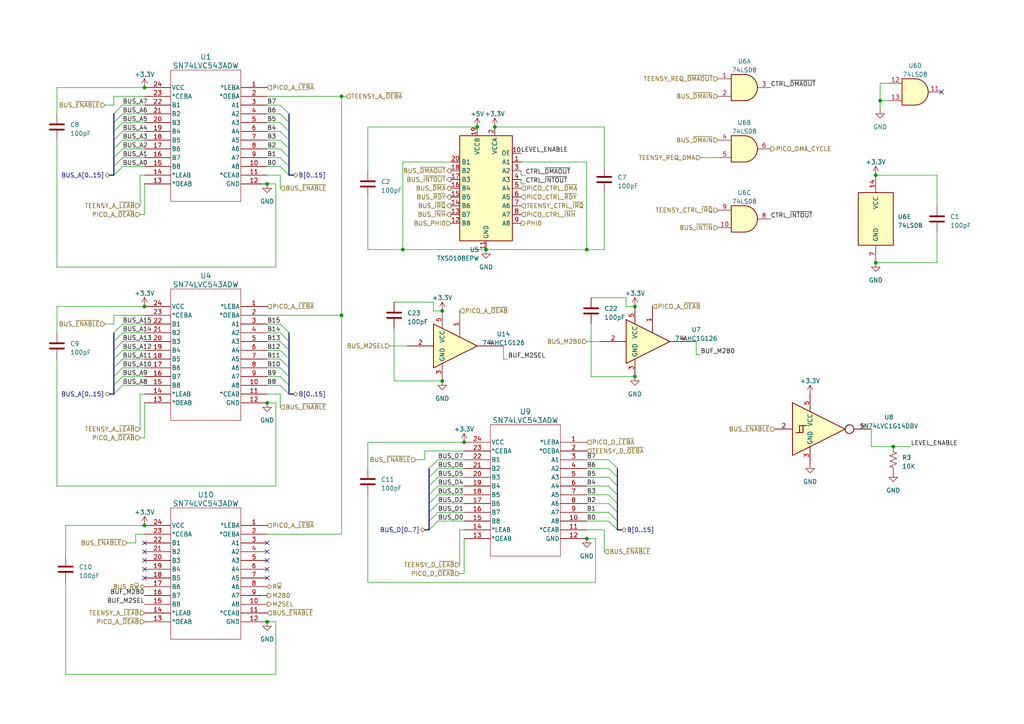
<source format=kicad_sch>
(kicad_sch (version 20230121) (generator eeschema)
  (paper "A4")
  (lib_symbols
    (symbol "74xGxx:74AHC1G126"
      (property "Reference" "U" (at -2.54 3.81 0))
      (property "Value" "74AHC1G126" (at 0 -3.81 0))
      (symbol "74AHC1G126_0_1"
        (polyline (pts (xy -7.62 6.35) (xy -7.62 -6.35) (xy 5.08 0) (xy -7.62 6.35)) (stroke (width 0.254)) (fill (type background)))
      )
      (symbol "74AHC1G126_1_1"
        (pin input line (at 0 10.16 270) (length 7.62) (name "~") (number "1"))
        (pin input line (at -15.24 0 0) (length 7.62) (name "~") (number "2"))
        (pin power_in line (at -5.08 -10.16 90) (length 5.08) (name "GND") (number "3"))
        (pin tri_state line (at 12.7 0 180) (length 7.62) (name "~") (number "4"))
        (pin power_in line (at -5.08 10.16 270) (length 5.08) (name "VCC") (number "5"))
      )
    )
    (symbol "74xGxx:SN74LVC1G14DBV"
      (property "Reference" "U" (at -5.08 10.16 0))
      (property "Value" "SN74LVC1G14DBV" (at 20.32 10.16 0))
      (symbol "SN74LVC1G14DBV_0_1"
        (polyline (pts (xy -2.032 1.016) (xy -1.016 1.016)) (stroke (width 0.254)) (fill (type background)))
        (polyline (pts (xy -5.08 7.62) (xy -5.08 -7.62) (xy 10.16 0) (xy -5.08 7.62)) (stroke (width 0.254)) (fill (type background)))
        (polyline (pts (xy -3.048 -1.016) (xy -3.048 1.016) (xy -2.032 1.016) (xy -2.032 -1.016) (xy -4.064 -1.016)) (stroke (width 0.254)) (fill (type background)))
        (circle (center 11.43 0) (radius 1.27) (stroke (width 0.254)))
      )
      (symbol "SN74LVC1G14DBV_1_1"
        (pin no_connect line (at 10.16 0 180) (length 5.08) hide (name "NC") (number "1"))
        (pin input line (at -10.16 0 0) (length 5.08) (name "~") (number "2"))
        (pin power_in line (at 0 -10.16 90) (length 5.08) (name "GND") (number "3"))
        (pin output line (at 17.78 0 180) (length 5.08) (name "~") (number "4"))
        (pin power_in line (at 0 10.16 270) (length 5.08) (name "VCC") (number "5"))
      )
    )
    (symbol "74xx:74LS08" (pin_names (offset 1.016))
      (property "Reference" "U" (at 0 1.27 0))
      (property "Value" "74LS08" (at 0 -1.27 0))
      (symbol "74LS08_1_1"
        (arc (start 0 -3.81) (mid 3.7934 0) (end 0 3.81) (stroke (width 0.254)) (fill (type background)))
        (polyline (pts (xy 0 3.81) (xy -3.81 3.81) (xy -3.81 -3.81) (xy 0 -3.81)) (stroke (width 0.254)) (fill (type background)))
        (pin input line (at -7.62 2.54 0) (length 3.81) (name "~") (number "1"))
        (pin input line (at -7.62 -2.54 0) (length 3.81) (name "~") (number "2"))
        (pin output line (at 7.62 0 180) (length 3.81) (name "~") (number "3"))
      )
      (symbol "74LS08_1_2"
        (arc (start -3.81 -3.81) (mid -2.589 0) (end -3.81 3.81) (stroke (width 0.254)))
        (arc (start -0.6096 -3.81) (mid 2.1842 -2.5851) (end 3.81 0) (stroke (width 0.254)) (fill (type background)))
        (polyline (pts (xy -3.81 -3.81) (xy -0.635 -3.81)) (stroke (width 0.254)) (fill (type background)))
        (polyline (pts (xy -3.81 3.81) (xy -0.635 3.81)) (stroke (width 0.254)) (fill (type background)))
        (polyline (pts (xy -0.635 3.81) (xy -3.81 3.81) (xy -3.81 3.81) (xy -3.556 3.4036) (xy -3.0226 2.2606) (xy -2.6924 1.0414) (xy -2.6162 -0.254) (xy -2.7686 -1.4986) (xy -3.175 -2.7178) (xy -3.81 -3.81) (xy -3.81 -3.81) (xy -0.635 -3.81)) (stroke (width -25.4)) (fill (type background)))
        (arc (start 3.81 0) (mid 2.1915 2.5936) (end -0.6096 3.81) (stroke (width 0.254)) (fill (type background)))
        (pin input inverted (at -7.62 2.54 0) (length 4.318) (name "~") (number "1"))
        (pin input inverted (at -7.62 -2.54 0) (length 4.318) (name "~") (number "2"))
        (pin output inverted (at 7.62 0 180) (length 3.81) (name "~") (number "3"))
      )
      (symbol "74LS08_2_1"
        (arc (start 0 -3.81) (mid 3.7934 0) (end 0 3.81) (stroke (width 0.254)) (fill (type background)))
        (polyline (pts (xy 0 3.81) (xy -3.81 3.81) (xy -3.81 -3.81) (xy 0 -3.81)) (stroke (width 0.254)) (fill (type background)))
        (pin input line (at -7.62 2.54 0) (length 3.81) (name "~") (number "4"))
        (pin input line (at -7.62 -2.54 0) (length 3.81) (name "~") (number "5"))
        (pin output line (at 7.62 0 180) (length 3.81) (name "~") (number "6"))
      )
      (symbol "74LS08_2_2"
        (arc (start -3.81 -3.81) (mid -2.589 0) (end -3.81 3.81) (stroke (width 0.254)))
        (arc (start -0.6096 -3.81) (mid 2.1842 -2.5851) (end 3.81 0) (stroke (width 0.254)) (fill (type background)))
        (polyline (pts (xy -3.81 -3.81) (xy -0.635 -3.81)) (stroke (width 0.254)) (fill (type background)))
        (polyline (pts (xy -3.81 3.81) (xy -0.635 3.81)) (stroke (width 0.254)) (fill (type background)))
        (polyline (pts (xy -0.635 3.81) (xy -3.81 3.81) (xy -3.81 3.81) (xy -3.556 3.4036) (xy -3.0226 2.2606) (xy -2.6924 1.0414) (xy -2.6162 -0.254) (xy -2.7686 -1.4986) (xy -3.175 -2.7178) (xy -3.81 -3.81) (xy -3.81 -3.81) (xy -0.635 -3.81)) (stroke (width -25.4)) (fill (type background)))
        (arc (start 3.81 0) (mid 2.1915 2.5936) (end -0.6096 3.81) (stroke (width 0.254)) (fill (type background)))
        (pin input inverted (at -7.62 2.54 0) (length 4.318) (name "~") (number "4"))
        (pin input inverted (at -7.62 -2.54 0) (length 4.318) (name "~") (number "5"))
        (pin output inverted (at 7.62 0 180) (length 3.81) (name "~") (number "6"))
      )
      (symbol "74LS08_3_1"
        (arc (start 0 -3.81) (mid 3.7934 0) (end 0 3.81) (stroke (width 0.254)) (fill (type background)))
        (polyline (pts (xy 0 3.81) (xy -3.81 3.81) (xy -3.81 -3.81) (xy 0 -3.81)) (stroke (width 0.254)) (fill (type background)))
        (pin input line (at -7.62 -2.54 0) (length 3.81) (name "~") (number "10"))
        (pin output line (at 7.62 0 180) (length 3.81) (name "~") (number "8"))
        (pin input line (at -7.62 2.54 0) (length 3.81) (name "~") (number "9"))
      )
      (symbol "74LS08_3_2"
        (arc (start -3.81 -3.81) (mid -2.589 0) (end -3.81 3.81) (stroke (width 0.254)))
        (arc (start -0.6096 -3.81) (mid 2.1842 -2.5851) (end 3.81 0) (stroke (width 0.254)) (fill (type background)))
        (polyline (pts (xy -3.81 -3.81) (xy -0.635 -3.81)) (stroke (width 0.254)) (fill (type background)))
        (polyline (pts (xy -3.81 3.81) (xy -0.635 3.81)) (stroke (width 0.254)) (fill (type background)))
        (polyline (pts (xy -0.635 3.81) (xy -3.81 3.81) (xy -3.81 3.81) (xy -3.556 3.4036) (xy -3.0226 2.2606) (xy -2.6924 1.0414) (xy -2.6162 -0.254) (xy -2.7686 -1.4986) (xy -3.175 -2.7178) (xy -3.81 -3.81) (xy -3.81 -3.81) (xy -0.635 -3.81)) (stroke (width -25.4)) (fill (type background)))
        (arc (start 3.81 0) (mid 2.1915 2.5936) (end -0.6096 3.81) (stroke (width 0.254)) (fill (type background)))
        (pin input inverted (at -7.62 -2.54 0) (length 4.318) (name "~") (number "10"))
        (pin output inverted (at 7.62 0 180) (length 3.81) (name "~") (number "8"))
        (pin input inverted (at -7.62 2.54 0) (length 4.318) (name "~") (number "9"))
      )
      (symbol "74LS08_4_1"
        (arc (start 0 -3.81) (mid 3.7934 0) (end 0 3.81) (stroke (width 0.254)) (fill (type background)))
        (polyline (pts (xy 0 3.81) (xy -3.81 3.81) (xy -3.81 -3.81) (xy 0 -3.81)) (stroke (width 0.254)) (fill (type background)))
        (pin output line (at 7.62 0 180) (length 3.81) (name "~") (number "11"))
        (pin input line (at -7.62 2.54 0) (length 3.81) (name "~") (number "12"))
        (pin input line (at -7.62 -2.54 0) (length 3.81) (name "~") (number "13"))
      )
      (symbol "74LS08_4_2"
        (arc (start -3.81 -3.81) (mid -2.589 0) (end -3.81 3.81) (stroke (width 0.254)))
        (arc (start -0.6096 -3.81) (mid 2.1842 -2.5851) (end 3.81 0) (stroke (width 0.254)) (fill (type background)))
        (polyline (pts (xy -3.81 -3.81) (xy -0.635 -3.81)) (stroke (width 0.254)) (fill (type background)))
        (polyline (pts (xy -3.81 3.81) (xy -0.635 3.81)) (stroke (width 0.254)) (fill (type background)))
        (polyline (pts (xy -0.635 3.81) (xy -3.81 3.81) (xy -3.81 3.81) (xy -3.556 3.4036) (xy -3.0226 2.2606) (xy -2.6924 1.0414) (xy -2.6162 -0.254) (xy -2.7686 -1.4986) (xy -3.175 -2.7178) (xy -3.81 -3.81) (xy -3.81 -3.81) (xy -0.635 -3.81)) (stroke (width -25.4)) (fill (type background)))
        (arc (start 3.81 0) (mid 2.1915 2.5936) (end -0.6096 3.81) (stroke (width 0.254)) (fill (type background)))
        (pin output inverted (at 7.62 0 180) (length 3.81) (name "~") (number "11"))
        (pin input inverted (at -7.62 2.54 0) (length 4.318) (name "~") (number "12"))
        (pin input inverted (at -7.62 -2.54 0) (length 4.318) (name "~") (number "13"))
      )
      (symbol "74LS08_5_0"
        (pin power_in line (at 0 12.7 270) (length 5.08) (name "VCC") (number "14"))
        (pin power_in line (at 0 -12.7 90) (length 5.08) (name "GND") (number "7"))
      )
      (symbol "74LS08_5_1"
        (rectangle (start -5.08 7.62) (end 5.08 -7.62) (stroke (width 0.254)) (fill (type background)))
      )
    )
    (symbol "Device:C" (pin_numbers hide) (pin_names (offset 0.254))
      (property "Reference" "C" (at 0.635 2.54 0))
      (property "Value" "C" (at 0.635 -2.54 0))
      (symbol "C_0_1"
        (polyline (pts (xy -2.032 -0.762) (xy 2.032 -0.762)) (stroke (width 0.508)))
        (polyline (pts (xy -2.032 0.762) (xy 2.032 0.762)) (stroke (width 0.508)))
      )
      (symbol "C_1_1"
        (pin passive line (at 0 3.81 270) (length 2.794) (name "~") (number "1"))
        (pin passive line (at 0 -3.81 90) (length 2.794) (name "~") (number "2"))
      )
    )
    (symbol "Device:R_US" (pin_numbers hide) (pin_names (offset 0))
      (property "Reference" "R" (at 2.54 0 90))
      (property "Value" "R_US" (at -2.54 0 90))
      (symbol "R_US_0_1"
        (polyline (pts (xy 0 -2.286) (xy 0 -2.54)))
        (polyline (pts (xy 0 2.286) (xy 0 2.54)))
        (polyline (pts (xy 0 -0.762) (xy 1.016 -1.143) (xy 0 -1.524) (xy -1.016 -1.905) (xy 0 -2.286)))
        (polyline (pts (xy 0 0.762) (xy 1.016 0.381) (xy 0 0) (xy -1.016 -0.381) (xy 0 -0.762)))
        (polyline (pts (xy 0 2.286) (xy 1.016 1.905) (xy 0 1.524) (xy -1.016 1.143) (xy 0 0.762)))
      )
      (symbol "R_US_1_1"
        (pin passive line (at 0 3.81 270) (length 1.27) (name "~") (number "1"))
        (pin passive line (at 0 -3.81 90) (length 1.27) (name "~") (number "2"))
      )
    )
    (symbol "Logic_LevelTranslator:TXS0108EPW"
      (property "Reference" "U" (at -6.35 16.51 0))
      (property "Value" "TXS0108EPW" (at 3.81 16.51 0))
      (symbol "TXS0108EPW_0_1"
        (rectangle (start -7.62 15.24) (end 7.62 -15.24) (stroke (width 0.254)) (fill (type background)))
      )
      (symbol "TXS0108EPW_1_1"
        (pin bidirectional line (at -10.16 7.62 0) (length 2.54) (name "A1") (number "1"))
        (pin input line (at -10.16 10.16 0) (length 2.54) (name "OE") (number "10"))
        (pin power_in line (at 0 -17.78 90) (length 2.54) (name "GND") (number "11"))
        (pin bidirectional line (at 10.16 -10.16 180) (length 2.54) (name "B8") (number "12"))
        (pin bidirectional line (at 10.16 -7.62 180) (length 2.54) (name "B7") (number "13"))
        (pin bidirectional line (at 10.16 -5.08 180) (length 2.54) (name "B6") (number "14"))
        (pin bidirectional line (at 10.16 -2.54 180) (length 2.54) (name "B5") (number "15"))
        (pin bidirectional line (at 10.16 0 180) (length 2.54) (name "B4") (number "16"))
        (pin bidirectional line (at 10.16 2.54 180) (length 2.54) (name "B3") (number "17"))
        (pin bidirectional line (at 10.16 5.08 180) (length 2.54) (name "B2") (number "18"))
        (pin power_in line (at 2.54 17.78 270) (length 2.54) (name "VCCB") (number "19"))
        (pin power_in line (at -2.54 17.78 270) (length 2.54) (name "VCCA") (number "2"))
        (pin bidirectional line (at 10.16 7.62 180) (length 2.54) (name "B1") (number "20"))
        (pin bidirectional line (at -10.16 5.08 0) (length 2.54) (name "A2") (number "3"))
        (pin bidirectional line (at -10.16 2.54 0) (length 2.54) (name "A3") (number "4"))
        (pin bidirectional line (at -10.16 0 0) (length 2.54) (name "A4") (number "5"))
        (pin bidirectional line (at -10.16 -2.54 0) (length 2.54) (name "A5") (number "6"))
        (pin bidirectional line (at -10.16 -5.08 0) (length 2.54) (name "A6") (number "7"))
        (pin bidirectional line (at -10.16 -7.62 0) (length 2.54) (name "A7") (number "8"))
        (pin bidirectional line (at -10.16 -10.16 0) (length 2.54) (name "A8") (number "9"))
      )
    )
    (symbol "SN74LVC543ADW_1" (pin_names (offset 0.254))
      (property "Reference" "U1" (at 0 8.89 0))
      (property "Value" "SN74LVC543ADW" (at 0 6.35 0))
      (symbol "SN74LVC543ADW_1_0_1"
        (polyline (pts (xy -10.16 -33.02) (xy 10.16 -33.02)) (stroke (width 0.127)))
        (polyline (pts (xy -10.16 5.08) (xy -10.16 -33.02)) (stroke (width 0.127)))
        (polyline (pts (xy 10.16 -33.02) (xy 10.16 5.08)) (stroke (width 0.127)))
        (polyline (pts (xy 10.16 5.08) (xy -10.16 5.08)) (stroke (width 0.127)))
        (pin input line (at -17.78 0 0) (length 7.62) (name "*LEBA") (number "1"))
        (pin bidirectional line (at -17.78 -22.86 0) (length 7.62) (name "A8") (number "10"))
        (pin input line (at -17.78 -25.4 0) (length 7.62) (name "*CEAB") (number "11"))
        (pin power_in line (at -17.78 -27.94 0) (length 7.62) (name "GND") (number "12"))
        (pin input line (at 17.78 -27.94 180) (length 7.62) (name "*OEAB") (number "13"))
        (pin input line (at 17.78 -25.4 180) (length 7.62) (name "*LEAB") (number "14"))
        (pin bidirectional line (at 17.78 -22.86 180) (length 7.62) (name "B8") (number "15"))
        (pin bidirectional line (at 17.78 -20.32 180) (length 7.62) (name "B7") (number "16"))
        (pin bidirectional line (at 17.78 -17.78 180) (length 7.62) (name "B6") (number "17"))
        (pin bidirectional line (at 17.78 -15.24 180) (length 7.62) (name "B5") (number "18"))
        (pin bidirectional line (at 17.78 -12.7 180) (length 7.62) (name "B4") (number "19"))
        (pin input line (at -17.78 -2.54 0) (length 7.62) (name "*OEBA") (number "2"))
        (pin bidirectional line (at 17.78 -10.16 180) (length 7.62) (name "B3") (number "20"))
        (pin bidirectional line (at 17.78 -7.62 180) (length 7.62) (name "B2") (number "21"))
        (pin bidirectional line (at 17.78 -5.08 180) (length 7.62) (name "B1") (number "22"))
        (pin input line (at 17.78 -2.54 180) (length 7.62) (name "*CEBA") (number "23"))
        (pin power_in line (at 17.78 0 180) (length 7.62) (name "VCC") (number "24"))
        (pin bidirectional line (at -17.78 -5.08 0) (length 7.62) (name "A1") (number "3"))
        (pin bidirectional line (at -17.78 -7.62 0) (length 7.62) (name "A2") (number "4"))
        (pin bidirectional line (at -17.78 -10.16 0) (length 7.62) (name "A3") (number "5"))
        (pin bidirectional line (at -17.78 -12.7 0) (length 7.62) (name "A4") (number "6"))
        (pin bidirectional line (at -17.78 -15.24 0) (length 7.62) (name "A5") (number "7"))
        (pin bidirectional line (at -17.78 -17.78 0) (length 7.62) (name "A6") (number "8"))
        (pin bidirectional line (at -17.78 -20.32 0) (length 7.62) (name "A7") (number "9"))
      )
    )
    (symbol "power:+3.3V" (power) (pin_names (offset 0))
      (property "Value" "+3.3V" (at 0 3.556 0))
      (symbol "+3.3V_0_1"
        (polyline (pts (xy -0.762 1.27) (xy 0 2.54)))
        (polyline (pts (xy 0 0) (xy 0 2.54)))
        (polyline (pts (xy 0 2.54) (xy 0.762 1.27)))
      )
      (symbol "+3.3V_1_1"
        (pin power_in line (at 0 0 90) (length 0) hide (name "+3.3V") (number "1"))
      )
    )
    (symbol "power:+5V" (power) (pin_names (offset 0))
      (property "Value" "+5V" (at 0 3.556 0))
      (symbol "+5V_0_1"
        (polyline (pts (xy -0.762 1.27) (xy 0 2.54)))
        (polyline (pts (xy 0 0) (xy 0 2.54)))
        (polyline (pts (xy 0 2.54) (xy 0.762 1.27)))
      )
      (symbol "+5V_1_1"
        (pin power_in line (at 0 0 90) (length 0) hide (name "+5V") (number "1"))
      )
    )
    (symbol "power:GND" (power) (pin_names (offset 0))
      (property "Value" "GND" (at 0 -3.81 0))
      (symbol "GND_0_1"
        (polyline (pts (xy 0 0) (xy 0 -1.27) (xy 1.27 -1.27) (xy 0 -2.54) (xy -1.27 -1.27) (xy 0 -1.27)))
      )
      (symbol "GND_1_1"
        (pin power_in line (at 0 0 270) (length 0) hide (name "GND") (number "1"))
      )
    )
  )
  (junction (at 170.18 156.21))
  (junction (at 143.51 36.83))
  (junction (at 77.47 53.34))
  (junction (at 41.91 152.4))
  (junction (at 254 76.2))
  (junction (at 116.84 72.39))
  (junction (at 128.27 90.17))
  (junction (at 77.47 116.84))
  (junction (at 99.06 27.94))
  (junction (at 128.27 110.49))
  (junction (at 184.15 88.9))
  (junction (at 41.91 88.9))
  (junction (at 140.97 72.39))
  (junction (at 184.15 109.22))
  (junction (at 254 50.8))
  (junction (at 77.47 180.34))
  (junction (at 170.18 72.39))
  (junction (at 134.62 128.27))
  (junction (at 138.43 36.83))
  (junction (at 255.27 29.21))
  (junction (at 259.08 129.54))
  (junction (at 41.91 25.4))
  (junction (at 99.06 91.44))
  (no_connect (at 77.47 167.64))
  (no_connect (at 77.47 162.56))
  (no_connect (at 41.91 157.48))
  (no_connect (at 41.91 167.64))
  (no_connect (at 77.47 160.02))
  (no_connect (at 77.47 157.48))
  (no_connect (at 41.91 160.02))
  (no_connect (at 273.05 26.67))
  (no_connect (at 41.91 162.56))
  (no_connect (at 41.91 165.1))
  (no_connect (at 77.47 165.1))
  (bus_entry (at 81.28 35.56) (size 2.54 2.54))
  (bus_entry (at 176.53 146.05) (size 2.54 2.54))
  (bus_entry (at 124.46 153.67) (size 2.54 -2.54))
  (bus_entry (at 33.02 50.8) (size 2.54 -2.54))
  (bus_entry (at 176.53 143.51) (size 2.54 2.54))
  (bus_entry (at 33.02 114.3) (size 2.54 -2.54))
  (bus_entry (at 33.02 48.26) (size 2.54 -2.54))
  (bus_entry (at 176.53 140.97) (size 2.54 2.54))
  (bus_entry (at 124.46 140.97) (size 2.54 -2.54))
  (bus_entry (at 81.28 45.72) (size 2.54 2.54))
  (bus_entry (at 176.53 135.89) (size 2.54 2.54))
  (bus_entry (at 33.02 96.52) (size 2.54 -2.54))
  (bus_entry (at 81.28 33.02) (size 2.54 2.54))
  (bus_entry (at 81.28 40.64) (size 2.54 2.54))
  (bus_entry (at 81.28 48.26) (size 2.54 2.54))
  (bus_entry (at 33.02 109.22) (size 2.54 -2.54))
  (bus_entry (at 33.02 35.56) (size 2.54 -2.54))
  (bus_entry (at 81.28 111.76) (size 2.54 2.54))
  (bus_entry (at 124.46 151.13) (size 2.54 -2.54))
  (bus_entry (at 176.53 148.59) (size 2.54 2.54))
  (bus_entry (at 33.02 40.64) (size 2.54 -2.54))
  (bus_entry (at 81.28 109.22) (size 2.54 2.54))
  (bus_entry (at 33.02 45.72) (size 2.54 -2.54))
  (bus_entry (at 33.02 104.14) (size 2.54 -2.54))
  (bus_entry (at 176.53 151.13) (size 2.54 2.54))
  (bus_entry (at 33.02 99.06) (size 2.54 -2.54))
  (bus_entry (at 176.53 138.43) (size 2.54 2.54))
  (bus_entry (at 176.53 133.35) (size 2.54 2.54))
  (bus_entry (at 33.02 111.76) (size 2.54 -2.54))
  (bus_entry (at 124.46 146.05) (size 2.54 -2.54))
  (bus_entry (at 81.28 43.18) (size 2.54 2.54))
  (bus_entry (at 81.28 99.06) (size 2.54 2.54))
  (bus_entry (at 33.02 38.1) (size 2.54 -2.54))
  (bus_entry (at 81.28 106.68) (size 2.54 2.54))
  (bus_entry (at 124.46 148.59) (size 2.54 -2.54))
  (bus_entry (at 124.46 143.51) (size 2.54 -2.54))
  (bus_entry (at 33.02 43.18) (size 2.54 -2.54))
  (bus_entry (at 81.28 30.48) (size 2.54 2.54))
  (bus_entry (at 33.02 106.68) (size 2.54 -2.54))
  (bus_entry (at 81.28 101.6) (size 2.54 2.54))
  (bus_entry (at 81.28 96.52) (size 2.54 2.54))
  (bus_entry (at 33.02 101.6) (size 2.54 -2.54))
  (bus_entry (at 124.46 138.43) (size 2.54 -2.54))
  (bus_entry (at 33.02 33.02) (size 2.54 -2.54))
  (bus_entry (at 81.28 38.1) (size 2.54 2.54))
  (bus_entry (at 81.28 93.98) (size 2.54 2.54))
  (bus_entry (at 81.28 104.14) (size 2.54 2.54))
  (bus_entry (at 124.46 135.89) (size 2.54 -2.54))
  (bus (pts (xy 33.02 38.1) (xy 33.02 40.64)))
  (wire (pts (xy 151.13 53.34) (xy 151.13 52.07)))
  (wire (pts (xy 257.81 24.13) (xy 255.27 24.13)))
  (wire (pts (xy 127 148.59) (xy 134.62 148.59)))
  (bus (pts (xy 179.07 138.43) (xy 179.07 140.97)))
  (wire (pts (xy 175.26 55.88) (xy 175.26 72.39)))
  (wire (pts (xy 175.26 153.67) (xy 170.18 153.67)))
  (bus (pts (xy 179.07 151.13) (xy 179.07 153.67)))
  (bus (pts (xy 124.46 135.89) (xy 124.46 138.43)))
  (wire (pts (xy 175.26 48.26) (xy 175.26 36.83)))
  (wire (pts (xy 125.73 90.17) (xy 128.27 90.17)))
  (wire (pts (xy 152.4 53.34) (xy 151.13 53.34)))
  (wire (pts (xy 77.47 43.18) (xy 81.28 43.18)))
  (bus (pts (xy 33.02 101.6) (xy 33.02 104.14)))
  (bus (pts (xy 83.82 101.6) (xy 83.82 104.14)))
  (wire (pts (xy 35.56 43.18) (xy 41.91 43.18)))
  (wire (pts (xy 80.01 180.34) (xy 80.01 195.58)))
  (wire (pts (xy 176.53 151.13) (xy 170.18 151.13)))
  (bus (pts (xy 83.82 99.06) (xy 83.82 101.6)))
  (bus (pts (xy 124.46 138.43) (xy 124.46 140.97)))
  (wire (pts (xy 172.72 168.91) (xy 172.72 156.21)))
  (wire (pts (xy 130.81 46.99) (xy 116.84 46.99)))
  (wire (pts (xy 252.73 129.54) (xy 252.73 124.46)))
  (wire (pts (xy 77.47 104.14) (xy 81.28 104.14)))
  (wire (pts (xy 127 135.89) (xy 134.62 135.89)))
  (wire (pts (xy 33.02 91.44) (xy 41.91 91.44)))
  (wire (pts (xy 35.56 93.98) (xy 41.91 93.98)))
  (bus (pts (xy 33.02 43.18) (xy 33.02 45.72)))
  (wire (pts (xy 120.65 133.35) (xy 123.19 133.35)))
  (wire (pts (xy 41.91 127) (xy 40.64 127)))
  (wire (pts (xy 81.28 50.8) (xy 77.47 50.8)))
  (wire (pts (xy 77.47 27.94) (xy 99.06 27.94)))
  (wire (pts (xy 16.51 96.52) (xy 16.51 88.9)))
  (bus (pts (xy 33.02 106.68) (xy 33.02 109.22)))
  (bus (pts (xy 124.46 146.05) (xy 124.46 148.59)))
  (wire (pts (xy 35.56 38.1) (xy 41.91 38.1)))
  (wire (pts (xy 134.62 166.37) (xy 133.35 166.37)))
  (bus (pts (xy 179.07 148.59) (xy 179.07 151.13)))
  (bus (pts (xy 83.82 45.72) (xy 83.82 48.26)))
  (bus (pts (xy 33.02 111.76) (xy 33.02 114.3)))
  (wire (pts (xy 116.84 72.39) (xy 140.97 72.39)))
  (wire (pts (xy 127 151.13) (xy 134.62 151.13)))
  (wire (pts (xy 140.97 72.39) (xy 170.18 72.39)))
  (wire (pts (xy 175.26 36.83) (xy 143.51 36.83)))
  (bus (pts (xy 33.02 45.72) (xy 33.02 48.26)))
  (bus (pts (xy 83.82 114.3) (xy 85.09 114.3)))
  (wire (pts (xy 176.53 143.51) (xy 170.18 143.51)))
  (wire (pts (xy 30.48 30.48) (xy 33.02 30.48)))
  (wire (pts (xy 106.68 128.27) (xy 134.62 128.27)))
  (wire (pts (xy 39.37 154.94) (xy 41.91 154.94)))
  (wire (pts (xy 16.51 40.64) (xy 16.51 77.47)))
  (wire (pts (xy 41.91 25.4) (xy 16.51 25.4)))
  (wire (pts (xy 80.01 140.97) (xy 16.51 140.97)))
  (wire (pts (xy 33.02 30.48) (xy 33.02 27.94)))
  (wire (pts (xy 271.78 59.69) (xy 271.78 50.8)))
  (wire (pts (xy 35.56 111.76) (xy 41.91 111.76)))
  (wire (pts (xy 77.47 40.64) (xy 81.28 40.64)))
  (wire (pts (xy 30.48 93.98) (xy 33.02 93.98)))
  (wire (pts (xy 176.53 135.89) (xy 170.18 135.89)))
  (wire (pts (xy 81.28 114.3) (xy 77.47 114.3)))
  (wire (pts (xy 147.32 104.14) (xy 146.05 104.14)))
  (wire (pts (xy 41.91 62.23) (xy 41.91 53.34)))
  (bus (pts (xy 33.02 104.14) (xy 33.02 106.68)))
  (wire (pts (xy 80.01 116.84) (xy 77.47 116.84)))
  (wire (pts (xy 134.62 156.21) (xy 134.62 166.37)))
  (wire (pts (xy 176.53 140.97) (xy 170.18 140.97)))
  (wire (pts (xy 113.03 100.33) (xy 118.11 100.33)))
  (wire (pts (xy 77.47 30.48) (xy 81.28 30.48)))
  (wire (pts (xy 106.68 168.91) (xy 172.72 168.91)))
  (wire (pts (xy 146.05 104.14) (xy 146.05 100.33)))
  (bus (pts (xy 179.07 140.97) (xy 179.07 143.51)))
  (bus (pts (xy 179.07 135.89) (xy 179.07 138.43)))
  (wire (pts (xy 99.06 27.94) (xy 99.06 91.44)))
  (wire (pts (xy 80.01 195.58) (xy 19.05 195.58)))
  (bus (pts (xy 83.82 109.22) (xy 83.82 111.76)))
  (bus (pts (xy 124.46 148.59) (xy 124.46 151.13)))
  (wire (pts (xy 181.61 88.9) (xy 184.15 88.9)))
  (wire (pts (xy 114.3 95.25) (xy 114.3 110.49)))
  (wire (pts (xy 133.35 153.67) (xy 134.62 153.67)))
  (wire (pts (xy 77.47 33.02) (xy 81.28 33.02)))
  (wire (pts (xy 40.64 59.69) (xy 40.64 50.8)))
  (wire (pts (xy 106.68 72.39) (xy 116.84 72.39)))
  (wire (pts (xy 35.56 106.68) (xy 41.91 106.68)))
  (wire (pts (xy 35.56 30.48) (xy 41.91 30.48)))
  (wire (pts (xy 77.47 93.98) (xy 81.28 93.98)))
  (wire (pts (xy 255.27 29.21) (xy 257.81 29.21)))
  (wire (pts (xy 39.37 157.48) (xy 39.37 154.94)))
  (wire (pts (xy 172.72 156.21) (xy 170.18 156.21)))
  (wire (pts (xy 77.47 154.94) (xy 99.06 154.94)))
  (wire (pts (xy 123.19 133.35) (xy 123.19 130.81)))
  (wire (pts (xy 35.56 101.6) (xy 41.91 101.6)))
  (wire (pts (xy 41.91 62.23) (xy 40.64 62.23)))
  (wire (pts (xy 271.78 50.8) (xy 254 50.8)))
  (bus (pts (xy 179.07 143.51) (xy 179.07 146.05)))
  (bus (pts (xy 83.82 33.02) (xy 83.82 35.56)))
  (bus (pts (xy 31.75 50.8) (xy 33.02 50.8)))
  (wire (pts (xy 175.26 160.02) (xy 175.26 153.67)))
  (wire (pts (xy 35.56 99.06) (xy 41.91 99.06)))
  (bus (pts (xy 83.82 43.18) (xy 83.82 45.72)))
  (bus (pts (xy 83.82 38.1) (xy 83.82 40.64)))
  (bus (pts (xy 33.02 96.52) (xy 33.02 99.06)))
  (wire (pts (xy 81.28 54.61) (xy 81.28 50.8)))
  (wire (pts (xy 100.33 27.94) (xy 99.06 27.94)))
  (wire (pts (xy 127 143.51) (xy 134.62 143.51)))
  (wire (pts (xy 35.56 48.26) (xy 41.91 48.26)))
  (bus (pts (xy 83.82 48.26) (xy 83.82 50.8)))
  (wire (pts (xy 271.78 67.31) (xy 271.78 76.2)))
  (wire (pts (xy 16.51 25.4) (xy 16.51 33.02)))
  (wire (pts (xy 170.18 72.39) (xy 175.26 72.39)))
  (wire (pts (xy 77.47 96.52) (xy 81.28 96.52)))
  (wire (pts (xy 176.53 133.35) (xy 170.18 133.35)))
  (bus (pts (xy 83.82 40.64) (xy 83.82 43.18)))
  (wire (pts (xy 35.56 104.14) (xy 41.91 104.14)))
  (wire (pts (xy 77.47 180.34) (xy 80.01 180.34)))
  (bus (pts (xy 33.02 35.56) (xy 33.02 38.1)))
  (wire (pts (xy 255.27 29.21) (xy 255.27 31.75)))
  (wire (pts (xy 77.47 45.72) (xy 81.28 45.72)))
  (bus (pts (xy 124.46 140.97) (xy 124.46 143.51)))
  (bus (pts (xy 31.75 114.3) (xy 33.02 114.3)))
  (wire (pts (xy 176.53 138.43) (xy 170.18 138.43)))
  (bus (pts (xy 179.07 153.67) (xy 180.34 153.67)))
  (wire (pts (xy 35.56 40.64) (xy 41.91 40.64)))
  (wire (pts (xy 33.02 93.98) (xy 33.02 91.44)))
  (wire (pts (xy 176.53 148.59) (xy 170.18 148.59)))
  (wire (pts (xy 123.19 130.81) (xy 134.62 130.81)))
  (wire (pts (xy 170.18 99.06) (xy 173.99 99.06)))
  (bus (pts (xy 83.82 35.56) (xy 83.82 38.1)))
  (wire (pts (xy 171.45 93.98) (xy 171.45 109.22)))
  (wire (pts (xy 106.68 49.53) (xy 106.68 36.83)))
  (wire (pts (xy 114.3 110.49) (xy 128.27 110.49)))
  (wire (pts (xy 125.73 87.63) (xy 125.73 90.17)))
  (wire (pts (xy 152.4 50.8) (xy 151.13 50.8)))
  (wire (pts (xy 99.06 91.44) (xy 99.06 154.94)))
  (bus (pts (xy 123.19 153.67) (xy 124.46 153.67)))
  (wire (pts (xy 255.27 24.13) (xy 255.27 29.21)))
  (wire (pts (xy 35.56 96.52) (xy 41.91 96.52)))
  (wire (pts (xy 80.01 53.34) (xy 77.47 53.34)))
  (wire (pts (xy 116.84 46.99) (xy 116.84 72.39)))
  (wire (pts (xy 33.02 27.94) (xy 41.91 27.94)))
  (wire (pts (xy 127 138.43) (xy 134.62 138.43)))
  (wire (pts (xy 133.35 163.83) (xy 133.35 153.67)))
  (wire (pts (xy 77.47 109.22) (xy 81.28 109.22)))
  (wire (pts (xy 171.45 109.22) (xy 184.15 109.22)))
  (wire (pts (xy 77.47 91.44) (xy 99.06 91.44)))
  (wire (pts (xy 259.08 129.54) (xy 252.73 129.54)))
  (wire (pts (xy 203.2 45.72) (xy 208.28 45.72)))
  (wire (pts (xy 80.01 77.47) (xy 80.01 53.34)))
  (wire (pts (xy 35.56 109.22) (xy 41.91 109.22)))
  (wire (pts (xy 40.64 124.46) (xy 40.64 114.3)))
  (wire (pts (xy 19.05 152.4) (xy 41.91 152.4)))
  (wire (pts (xy 41.91 116.84) (xy 41.91 127)))
  (bus (pts (xy 33.02 109.22) (xy 33.02 111.76)))
  (wire (pts (xy 77.47 35.56) (xy 81.28 35.56)))
  (wire (pts (xy 40.64 114.3) (xy 41.91 114.3)))
  (wire (pts (xy 106.68 36.83) (xy 138.43 36.83)))
  (wire (pts (xy 127 133.35) (xy 134.62 133.35)))
  (bus (pts (xy 33.02 40.64) (xy 33.02 43.18)))
  (wire (pts (xy 16.51 140.97) (xy 16.51 104.14)))
  (bus (pts (xy 124.46 143.51) (xy 124.46 146.05)))
  (wire (pts (xy 80.01 116.84) (xy 80.01 140.97)))
  (wire (pts (xy 106.68 57.15) (xy 106.68 72.39)))
  (wire (pts (xy 40.64 50.8) (xy 41.91 50.8)))
  (bus (pts (xy 124.46 151.13) (xy 124.46 153.67)))
  (wire (pts (xy 151.13 50.8) (xy 151.13 49.53)))
  (wire (pts (xy 114.3 87.63) (xy 125.73 87.63)))
  (wire (pts (xy 127 140.97) (xy 134.62 140.97)))
  (wire (pts (xy 176.53 146.05) (xy 170.18 146.05)))
  (wire (pts (xy 81.28 118.11) (xy 81.28 114.3)))
  (bus (pts (xy 83.82 111.76) (xy 83.82 114.3)))
  (bus (pts (xy 179.07 146.05) (xy 179.07 148.59)))
  (wire (pts (xy 19.05 195.58) (xy 19.05 168.91)))
  (wire (pts (xy 201.93 102.87) (xy 201.93 99.06)))
  (wire (pts (xy 16.51 77.47) (xy 80.01 77.47)))
  (wire (pts (xy 35.56 45.72) (xy 41.91 45.72)))
  (bus (pts (xy 83.82 106.68) (xy 83.82 109.22)))
  (bus (pts (xy 33.02 99.06) (xy 33.02 101.6)))
  (wire (pts (xy 127 146.05) (xy 134.62 146.05)))
  (wire (pts (xy 203.2 102.87) (xy 201.93 102.87)))
  (wire (pts (xy 170.18 46.99) (xy 170.18 72.39)))
  (wire (pts (xy 36.83 157.48) (xy 39.37 157.48)))
  (wire (pts (xy 77.47 38.1) (xy 81.28 38.1)))
  (wire (pts (xy 106.68 143.51) (xy 106.68 168.91)))
  (bus (pts (xy 33.02 48.26) (xy 33.02 50.8)))
  (bus (pts (xy 83.82 50.8) (xy 85.09 50.8)))
  (bus (pts (xy 83.82 96.52) (xy 83.82 99.06)))
  (wire (pts (xy 77.47 106.68) (xy 81.28 106.68)))
  (wire (pts (xy 106.68 135.89) (xy 106.68 128.27)))
  (bus (pts (xy 33.02 33.02) (xy 33.02 35.56)))
  (wire (pts (xy 151.13 46.99) (xy 170.18 46.99)))
  (wire (pts (xy 35.56 33.02) (xy 41.91 33.02)))
  (bus (pts (xy 83.82 104.14) (xy 83.82 106.68)))
  (wire (pts (xy 16.51 88.9) (xy 41.91 88.9)))
  (wire (pts (xy 271.78 76.2) (xy 254 76.2)))
  (wire (pts (xy 264.16 129.54) (xy 259.08 129.54)))
  (wire (pts (xy 181.61 86.36) (xy 181.61 88.9)))
  (wire (pts (xy 77.47 111.76) (xy 81.28 111.76)))
  (wire (pts (xy 171.45 86.36) (xy 181.61 86.36)))
  (wire (pts (xy 77.47 99.06) (xy 81.28 99.06)))
  (wire (pts (xy 77.47 101.6) (xy 81.28 101.6)))
  (wire (pts (xy 77.47 48.26) (xy 81.28 48.26)))
  (wire (pts (xy 35.56 35.56) (xy 41.91 35.56)))
  (wire (pts (xy 19.05 161.29) (xy 19.05 152.4)))
  (label "BUS_A14" (at 35.56 96.52 0))
  (label "B3" (at 77.47 40.64 0))
  (label "B6" (at 77.47 33.02 0))
  (label "BUS_A5" (at 35.56 35.56 0))
  (label "B1" (at 170.18 148.59 0))
  (label "B3" (at 170.18 143.51 0))
  (label "BUS_A7" (at 35.56 30.48 0))
  (label "BUS_D7" (at 127 133.35 0))
  (label "B13" (at 77.47 99.06 0))
  (label "B7" (at 77.47 30.48 0))
  (label "B0" (at 77.47 48.26 0))
  (label "BUS_D0" (at 127 151.13 0))
  (label "BUF_M2SEL" (at 147.32 104.14 0))
  (label "BUS_A2" (at 35.56 43.18 0))
  (label "LEVEL_ENABLE" (at 264.16 129.54 0))
  (label "BUS_A6" (at 35.56 33.02 0))
  (label "BUS_A0" (at 35.56 48.26 0))
  (label "BUS_A15" (at 35.56 93.98 0))
  (label "B0" (at 170.18 151.13 0))
  (label "B8" (at 77.47 111.76 0))
  (label "B14" (at 77.47 96.52 0))
  (label "B2" (at 170.18 146.05 0))
  (label "B11" (at 77.47 104.14 0))
  (label "B2" (at 77.47 43.18 0))
  (label "BUS_D5" (at 127 138.43 0))
  (label "BUS_A9" (at 35.56 109.22 0))
  (label "BUS_D2" (at 127 146.05 0))
  (label "BUS_D6" (at 127 135.89 0))
  (label "BUS_D4" (at 127 140.97 0))
  (label "BUS_A8" (at 35.56 111.76 0))
  (label "B12" (at 77.47 101.6 0))
  (label "LEVEL_ENABLE" (at 151.13 44.45 0))
  (label "BUS_D3" (at 127 143.51 0))
  (label "BUS_A13" (at 35.56 99.06 0))
  (label "B15" (at 77.47 93.98 0))
  (label "CTRL_~{INTOUT}" (at 223.52 63.5 0))
  (label "B4" (at 77.47 38.1 0))
  (label "CTRL_~{DMAOUT}" (at 223.52 25.4 0))
  (label "BUF_M2B0" (at 203.2 102.87 0))
  (label "B6" (at 170.18 135.89 0))
  (label "B5" (at 77.47 35.56 0))
  (label "BUS_A1" (at 35.56 45.72 0))
  (label "B7" (at 170.18 133.35 0))
  (label "BUS_A3" (at 35.56 40.64 0))
  (label "BUF_M2SEL" (at 41.91 175.26 180))
  (label "BUS_A4" (at 35.56 38.1 0))
  (label "B4" (at 170.18 140.97 0))
  (label "CTRL_~{INTOUT}" (at 152.4 53.34 0))
  (label "B9" (at 77.47 109.22 0))
  (label "B5" (at 170.18 138.43 0))
  (label "BUS_A10" (at 35.56 106.68 0))
  (label "CTRL_~{DMAOUT}" (at 152.4 50.8 0))
  (label "BUS_A11" (at 35.56 104.14 0))
  (label "BUS_D1" (at 127 148.59 0))
  (label "BUS_A12" (at 35.56 101.6 0))
  (label "B10" (at 77.47 106.68 0))
  (label "B1" (at 77.47 45.72 0))
  (label "BUF_M2B0" (at 41.91 172.72 180))
  (hierarchical_label "PICO_A_~{LEBA}" (shape input) (at 77.47 88.9 0))
  (hierarchical_label "PHI0" (shape output) (at 151.13 64.77 0))
  (hierarchical_label "TEENSY_A_~{LEAB}" (shape input) (at 40.64 59.69 180))
  (hierarchical_label "PICO_A_~{OEAB}" (shape input) (at 41.91 180.34 180))
  (hierarchical_label "TEENSY_A_~{OEBA}" (shape input) (at 100.33 27.94 0))
  (hierarchical_label "TEENSY_A_~{LEAB}" (shape input) (at 40.64 124.46 180))
  (hierarchical_label "BUS_D[0..7]" (shape bidirectional) (at 123.19 153.67 180))
  (hierarchical_label "BUS_~{DMAOUT}" (shape output) (at 130.81 49.53 180))
  (hierarchical_label "BUS_~{RDY}" (shape output) (at 130.81 57.15 180))
  (hierarchical_label "R~{W}" (shape bidirectional) (at 77.47 170.18 0))
  (hierarchical_label "PICO_A_~{LEBA}" (shape input) (at 77.47 152.4 0))
  (hierarchical_label "PICO_A_~{LEBA}" (shape input) (at 77.47 25.4 0))
  (hierarchical_label "BUS_~{DMAIN}" (shape input) (at 208.28 27.94 180))
  (hierarchical_label "BUS_~{ENABLE}" (shape input) (at 30.48 30.48 180))
  (hierarchical_label "PICO_DMA_CYCLE" (shape output) (at 223.52 43.18 0))
  (hierarchical_label "B[0..15]" (shape bidirectional) (at 85.09 50.8 0))
  (hierarchical_label "BUS_~{INH}" (shape output) (at 130.81 62.23 180))
  (hierarchical_label "PICO_CTRL_~{INH}" (shape input) (at 151.13 62.23 0))
  (hierarchical_label "BUS_A[0..15]" (shape bidirectional) (at 31.75 114.3 180))
  (hierarchical_label "BUS_~{ENABLE}" (shape input) (at 30.48 93.98 180))
  (hierarchical_label "BUS_~{ENABLE}" (shape input) (at 120.65 133.35 180))
  (hierarchical_label "BUS_~{IRQ}" (shape output) (at 130.81 59.69 180))
  (hierarchical_label "BUS_~{ENABLE}" (shape input) (at 175.26 160.02 0))
  (hierarchical_label "B[0..15]" (shape bidirectional) (at 85.09 114.3 0))
  (hierarchical_label "PICO_A_~{OEAB}" (shape input) (at 189.23 88.9 0))
  (hierarchical_label "M2SEL" (shape output) (at 77.47 175.26 0))
  (hierarchical_label "M2B0" (shape output) (at 77.47 172.72 0))
  (hierarchical_label "BUS_~{ENABLE}" (shape input) (at 77.47 177.8 0))
  (hierarchical_label "BUS_PHI0" (shape input) (at 130.81 64.77 180))
  (hierarchical_label "TEENSY_D_~{LEAB}" (shape input) (at 133.35 163.83 180))
  (hierarchical_label "PICO_A_~{OEAB}" (shape input) (at 40.64 127 180))
  (hierarchical_label "BUS_M2B0" (shape input) (at 170.18 99.06 180))
  (hierarchical_label "BUS_~{ENABLE}" (shape input) (at 81.28 54.61 0))
  (hierarchical_label "PICO_D_~{OEAB}" (shape input) (at 133.35 166.37 180))
  (hierarchical_label "PICO_A_~{OEAB}" (shape input) (at 40.64 62.23 180))
  (hierarchical_label "TEENSY_D_~{OEBA}" (shape input) (at 170.18 130.81 0))
  (hierarchical_label "BUS_A[0..15]" (shape bidirectional) (at 31.75 50.8 180))
  (hierarchical_label "B[0..15]" (shape bidirectional) (at 180.34 153.67 0))
  (hierarchical_label "BUS_~{ENABLE}" (shape input) (at 36.83 157.48 180))
  (hierarchical_label "PICO_D_~{LEBA}" (shape input) (at 170.18 128.27 0))
  (hierarchical_label "TEENSY_REQ_DMA" (shape input) (at 203.2 45.72 180))
  (hierarchical_label "TEENSY_A_~{LEAB}" (shape input) (at 41.91 177.8 180))
  (hierarchical_label "BUS_M2SEL" (shape input) (at 113.03 100.33 180))
  (hierarchical_label "BUS_~{DMA}" (shape output) (at 130.81 54.61 180))
  (hierarchical_label "BUS_~{INTOUT}" (shape output) (at 130.81 52.07 180))
  (hierarchical_label "TEENSY_REQ_~{DMAOUT}" (shape input) (at 208.28 22.86 180))
  (hierarchical_label "BUS_~{DMAIN}" (shape input) (at 208.28 40.64 180))
  (hierarchical_label "TEENSY_CTRL_~{IRQ}" (shape input) (at 208.28 60.96 180))
  (hierarchical_label "PICO_CTRL_~{RDY}" (shape input) (at 151.13 57.15 0))
  (hierarchical_label "BUS_~{INTIN}" (shape input) (at 208.28 66.04 180))
  (hierarchical_label "BUS_~{ENABLE}" (shape input) (at 224.79 124.46 180))
  (hierarchical_label "PICO_CTRL_~{DMA}" (shape input) (at 151.13 54.61 0))
  (hierarchical_label "PICO_A_~{OEAB}" (shape input) (at 133.35 90.17 0))
  (hierarchical_label "BUS_R~{W}" (shape bidirectional) (at 41.91 170.18 180))
  (hierarchical_label "BUS_~{ENABLE}" (shape input) (at 81.28 118.11 0))
  (hierarchical_label "TEENSY_CTRL_~{IRQ}" (shape input) (at 151.13 59.69 0))
  (symbol (lib_name "SN74LVC543ADW_1") (lib_id "74lvc543:SN74LVC543ADW") (at 59.69 25.4 0) (mirror y) (unit 1)
    (property "Reference" "U1" (at 59.69 16.51 0) (effects (font (size 1.524 1.524))))
    (property "Value" "SN74LVC543ADW" (at 59.69 19.05 0) (effects (font (size 1.524 1.524))))
    (property "Footprint" "Package_SO:SSOP-24_5.3x8.2mm_P0.65mm" (effects hide))
    (property "Datasheet" "SN74LVC543ADW" (effects hide))
  )
  (symbol (lib_id "power:+3.3V") (at 134.62 128.27 0) (unit 1)
    (property "Reference" "#PWR08" (effects hide))
    (property "Value" "+3.3V" (at 134.62 124.46 0))
  )
  (symbol (lib_id "power:+3.3V") (at 234.95 114.3 0) (unit 1)
    (property "Reference" "#PWR019" (effects hide))
    (property "Value" "+3.3V" (at 234.95 110.49 0))
  )
  (symbol (lib_id "power:GND") (at 77.47 180.34 0) (unit 1)
    (property "Reference" "#PWR043" (effects hide))
    (property "Value" "GND" (at 77.47 185.42 0))
  )
  (symbol (lib_id "power:+3.3V") (at 184.15 88.9 0) (unit 1)
    (property "Reference" "#PWR050" (effects hide))
    (property "Value" "+3.3V" (at 184.15 85.09 0))
  )
  (symbol (lib_id "Device:C") (at 114.3 91.44 0) (unit 1)
    (property "Reference" "C23" (at 118.11 90.805 0) (effects (justify left)))
    (property "Value" "100pF" (at 118.11 93.345 0) (effects (justify left)))
    (property "Footprint" "Capacitor_SMD:C_1206_3216Metric" (effects hide))
  )
  (symbol (lib_id "Device:C") (at 175.26 52.07 0) (unit 1)
    (property "Reference" "C7" (at 179.07 51.435 0) (effects (justify left)))
    (property "Value" "100pF" (at 179.07 53.975 0) (effects (justify left)))
    (property "Footprint" "Capacitor_SMD:C_1206_3216Metric" (effects hide))
  )
  (symbol (lib_id "Device:C") (at 16.51 100.33 0) (unit 1)
    (property "Reference" "C9" (at 20.32 99.695 0) (effects (justify left)))
    (property "Value" "100pF" (at 20.32 102.235 0) (effects (justify left)))
    (property "Footprint" "Capacitor_SMD:C_1206_3216Metric" (effects hide))
  )
  (symbol (lib_id "power:+3.3V") (at 254 50.8 0) (unit 1)
    (property "Reference" "#PWR013" (effects hide))
    (property "Value" "+3.3V" (at 254 46.99 0))
  )
  (symbol (lib_id "power:+3.3V") (at 41.91 152.4 0) (unit 1)
    (property "Reference" "#PWR09" (effects hide))
    (property "Value" "+3.3V" (at 41.91 148.59 0))
  )
  (symbol (lib_id "Device:C") (at 106.68 53.34 0) (unit 1)
    (property "Reference" "C2" (at 110.49 52.705 0) (effects (justify left)))
    (property "Value" "100pF" (at 110.49 55.245 0) (effects (justify left)))
    (property "Footprint" "Capacitor_SMD:C_1206_3216Metric" (effects hide))
  )
  (symbol (lib_id "74xGxx:SN74LVC1G14DBV") (at 234.95 124.46 0) (unit 1)
    (property "Reference" "U8" (at 257.81 121.0311 0))
    (property "Value" "SN74LVC1G14DBV" (at 257.81 123.5711 0))
    (property "Footprint" "Package_TO_SOT_SMD:SOT-23-5" (effects hide))
    (property "Datasheet" "http://www.ti.com/lit/ds/symlink/sn74lvc1g14.pdf" (effects hide))
  )
  (symbol (lib_id "Device:C") (at 19.05 165.1 0) (unit 1)
    (property "Reference" "C10" (at 22.86 164.465 0) (effects (justify left)))
    (property "Value" "100pF" (at 22.86 167.005 0) (effects (justify left)))
    (property "Footprint" "Capacitor_SMD:C_1206_3216Metric" (effects hide))
  )
  (symbol (lib_id "power:GND") (at 254 76.2 0) (unit 1)
    (property "Reference" "#PWR014" (effects hide))
    (property "Value" "GND" (at 254 81.28 0))
  )
  (symbol (lib_id "power:GND") (at 184.15 109.22 0) (unit 1)
    (property "Reference" "#PWR057" (effects hide))
    (property "Value" "GND" (at 184.15 114.3 0))
  )
  (symbol (lib_name "SN74LVC543ADW_1") (lib_id "74lvc543:SN74LVC543ADW") (at 152.4 128.27 0) (mirror y) (unit 1)
    (property "Reference" "U9" (at 152.4 119.38 0) (effects (font (size 1.524 1.524))))
    (property "Value" "SN74LVC543ADW" (at 152.4 121.92 0) (effects (font (size 1.524 1.524))))
    (property "Footprint" "Package_SO:SSOP-24_5.3x8.2mm_P0.65mm" (effects hide))
    (property "Datasheet" "SN74LVC543ADW" (effects hide))
  )
  (symbol (lib_id "Device:C") (at 171.45 90.17 0) (unit 1)
    (property "Reference" "C22" (at 175.26 89.535 0) (effects (justify left)))
    (property "Value" "100pF" (at 175.26 92.075 0) (effects (justify left)))
    (property "Footprint" "Capacitor_SMD:C_1206_3216Metric" (effects hide))
  )
  (symbol (lib_id "74xx:74LS08") (at 215.9 25.4 0) (unit 1)
    (property "Reference" "U6" (at 215.8917 17.78 0))
    (property "Value" "74LS08" (at 215.8917 20.32 0))
    (property "Footprint" "Package_SO:TSSOP-14_4.4x5mm_P0.65mm" (effects hide))
    (property "Datasheet" "http://www.ti.com/lit/gpn/sn74LS08" (effects hide))
  )
  (symbol (lib_id "power:GND") (at 77.47 53.34 0) (unit 1)
    (property "Reference" "#PWR040" (effects hide))
    (property "Value" "GND" (at 77.47 58.42 0))
  )
  (symbol (lib_id "74xGxx:74AHC1G126") (at 189.23 99.06 0) (unit 1)
    (property "Reference" "U7" (at 201.93 95.6311 0))
    (property "Value" "74AHC1G126" (at 201.93 98.1711 0))
    (property "Footprint" "Package_TO_SOT_SMD:SOT-353_SC-70-5" (effects hide))
    (property "Datasheet" "http://www.ti.com/lit/sg/scyt129e/scyt129e.pdf" (effects hide))
  )
  (symbol (lib_id "Logic_LevelTranslator:TXS0108EPW") (at 140.97 54.61 0) (mirror y) (unit 1)
    (property "Reference" "U5" (at 139.0141 72.39 0) (effects (justify left)))
    (property "Value" "TXS0108EPW" (at 139.0141 74.93 0) (effects (justify left)))
    (property "Footprint" "Package_SO:TSSOP-20_4.4x6.5mm_P0.65mm" (effects hide))
    (property "Datasheet" "www.ti.com/lit/ds/symlink/txs0108e.pdf" (effects hide))
  )
  (symbol (lib_id "power:GND") (at 259.08 137.16 0) (unit 1)
    (property "Reference" "#PWR020" (effects hide))
    (property "Value" "GND" (at 259.08 142.24 0))
  )
  (symbol (lib_name "SN74LVC543ADW_1") (lib_id "74lvc543:SN74LVC543ADW") (at 59.69 88.9 0) (mirror y) (unit 1)
    (property "Reference" "U4" (at 59.69 80.01 0) (effects (font (size 1.524 1.524))))
    (property "Value" "SN74LVC543ADW" (at 59.69 82.55 0) (effects (font (size 1.524 1.524))))
    (property "Footprint" "Package_SO:SSOP-24_5.3x8.2mm_P0.65mm" (effects hide))
    (property "Datasheet" "SN74LVC543ADW" (effects hide))
  )
  (symbol (lib_id "power:+3.3V") (at 128.27 90.17 0) (unit 1)
    (property "Reference" "#PWR055" (effects hide))
    (property "Value" "+3.3V" (at 128.27 86.36 0))
  )
  (symbol (lib_id "power:GND") (at 234.95 134.62 0) (unit 1)
    (property "Reference" "#PWR012" (effects hide))
    (property "Value" "GND" (at 234.95 139.7 0))
  )
  (symbol (lib_id "Device:C") (at 271.78 63.5 0) (unit 1)
    (property "Reference" "C1" (at 275.59 62.865 0) (effects (justify left)))
    (property "Value" "100pF" (at 275.59 65.405 0) (effects (justify left)))
    (property "Footprint" "Capacitor_SMD:C_1206_3216Metric" (effects hide))
  )
  (symbol (lib_id "Device:R_US") (at 259.08 133.35 0) (unit 1)
    (property "Reference" "R3" (at 261.62 132.715 0) (effects (justify left)))
    (property "Value" "10K" (at 261.62 135.255 0) (effects (justify left)))
    (property "Footprint" "Resistor_SMD:R_0402_1005Metric" (effects hide))
  )
  (symbol (lib_id "power:GND") (at 255.27 31.75 0) (unit 1)
    (property "Reference" "#PWR04" (effects hide))
    (property "Value" "GND" (at 255.27 36.83 0))
  )
  (symbol (lib_id "Device:C") (at 16.51 36.83 0) (unit 1)
    (property "Reference" "C8" (at 20.32 36.195 0) (effects (justify left)))
    (property "Value" "100pF" (at 20.32 38.735 0) (effects (justify left)))
    (property "Footprint" "Capacitor_SMD:C_1206_3216Metric" (effects hide))
  )
  (symbol (lib_id "power:+3.3V") (at 41.91 88.9 0) (unit 1)
    (property "Reference" "#PWR07" (effects hide))
    (property "Value" "+3.3V" (at 41.91 85.09 0))
  )
  (symbol (lib_id "power:GND") (at 170.18 156.21 0) (unit 1)
    (property "Reference" "#PWR042" (effects hide))
    (property "Value" "GND" (at 170.18 161.29 0))
  )
  (symbol (lib_id "power:GND") (at 128.27 110.49 0) (unit 1)
    (property "Reference" "#PWR056" (effects hide))
    (property "Value" "GND" (at 128.27 115.57 0))
  )
  (symbol (lib_id "74xx:74LS08") (at 254 63.5 0) (unit 5)
    (property "Reference" "U6" (at 260.35 62.865 0) (effects (justify left)))
    (property "Value" "74LS08" (at 260.35 65.405 0) (effects (justify left)))
    (property "Footprint" "Package_SO:TSSOP-14_4.4x5mm_P0.65mm" (effects hide))
    (property "Datasheet" "http://www.ti.com/lit/gpn/sn74LS08" (effects hide))
  )
  (symbol (lib_id "power:+5V") (at 138.43 36.83 0) (unit 1)
    (property "Reference" "#PWR015" (effects hide))
    (property "Value" "+5V" (at 138.43 33.02 0))
  )
  (symbol (lib_id "74xx:74LS08") (at 265.43 26.67 0) (unit 4)
    (property "Reference" "U6" (at 265.4217 19.05 0))
    (property "Value" "74LS08" (at 265.4217 21.59 0))
    (property "Footprint" "Package_SO:TSSOP-14_4.4x5mm_P0.65mm" (effects hide))
    (property "Datasheet" "http://www.ti.com/lit/gpn/sn74LS08" (effects hide))
  )
  (symbol (lib_id "power:GND") (at 77.47 116.84 0) (unit 1)
    (property "Reference" "#PWR041" (effects hide))
    (property "Value" "GND" (at 77.47 121.92 0))
  )
  (symbol (lib_id "74xx:74LS08") (at 215.9 43.18 0) (unit 2)
    (property "Reference" "U6" (at 215.8917 35.56 0))
    (property "Value" "74LS08" (at 215.8917 38.1 0))
    (property "Footprint" "Package_SO:TSSOP-14_4.4x5mm_P0.65mm" (effects hide))
    (property "Datasheet" "http://www.ti.com/lit/gpn/sn74LS08" (effects hide))
  )
  (symbol (lib_id "power:+3.3V") (at 143.51 36.83 0) (unit 1)
    (property "Reference" "#PWR017" (effects hide))
    (property "Value" "+3.3V" (at 143.51 33.02 0))
  )
  (symbol (lib_id "74xGxx:74AHC1G126") (at 133.35 100.33 0) (unit 1)
    (property "Reference" "U14" (at 146.05 96.9011 0))
    (property "Value" "74AHC1G126" (at 146.05 99.4411 0))
    (property "Footprint" "Package_TO_SOT_SMD:SOT-353_SC-70-5" (effects hide))
    (property "Datasheet" "http://www.ti.com/lit/sg/scyt129e/scyt129e.pdf" (effects hide))
  )
  (symbol (lib_id "Device:C") (at 106.68 139.7 0) (unit 1)
    (property "Reference" "C11" (at 110.49 139.065 0) (effects (justify left)))
    (property "Value" "100pF" (at 110.49 141.605 0) (effects (justify left)))
    (property "Footprint" "Capacitor_SMD:C_1206_3216Metric" (effects hide))
  )
  (symbol (lib_id "power:GND") (at 140.97 72.39 0) (unit 1)
    (property "Reference" "#PWR016" (effects hide))
    (property "Value" "GND" (at 140.97 77.47 0))
  )
  (symbol (lib_id "power:+3.3V") (at 41.91 25.4 0) (unit 1)
    (property "Reference" "#PWR06" (effects hide))
    (property "Value" "+3.3V" (at 41.91 21.59 0))
  )
  (symbol (lib_id "74xx:74LS08") (at 215.9 63.5 0) (unit 3)
    (property "Reference" "U6" (at 215.8917 55.88 0))
    (property "Value" "74LS08" (at 215.8917 58.42 0))
    (property "Footprint" "Package_SO:TSSOP-14_4.4x5mm_P0.65mm" (effects hide))
    (property "Datasheet" "http://www.ti.com/lit/gpn/sn74LS08" (effects hide))
  )
  (symbol (lib_name "SN74LVC543ADW_1") (lib_id "74lvc543:SN74LVC543ADW") (at 59.69 152.4 0) (mirror y) (unit 1)
    (property "Reference" "U10" (at 59.69 143.51 0) (effects (font (size 1.524 1.524))))
    (property "Value" "SN74LVC543ADW" (at 59.69 146.05 0) (effects (font (size 1.524 1.524))))
    (property "Footprint" "Package_SO:SSOP-24_5.3x8.2mm_P0.65mm" (effects hide))
    (property "Datasheet" "SN74LVC543ADW" (effects hide))
  )
)
</source>
